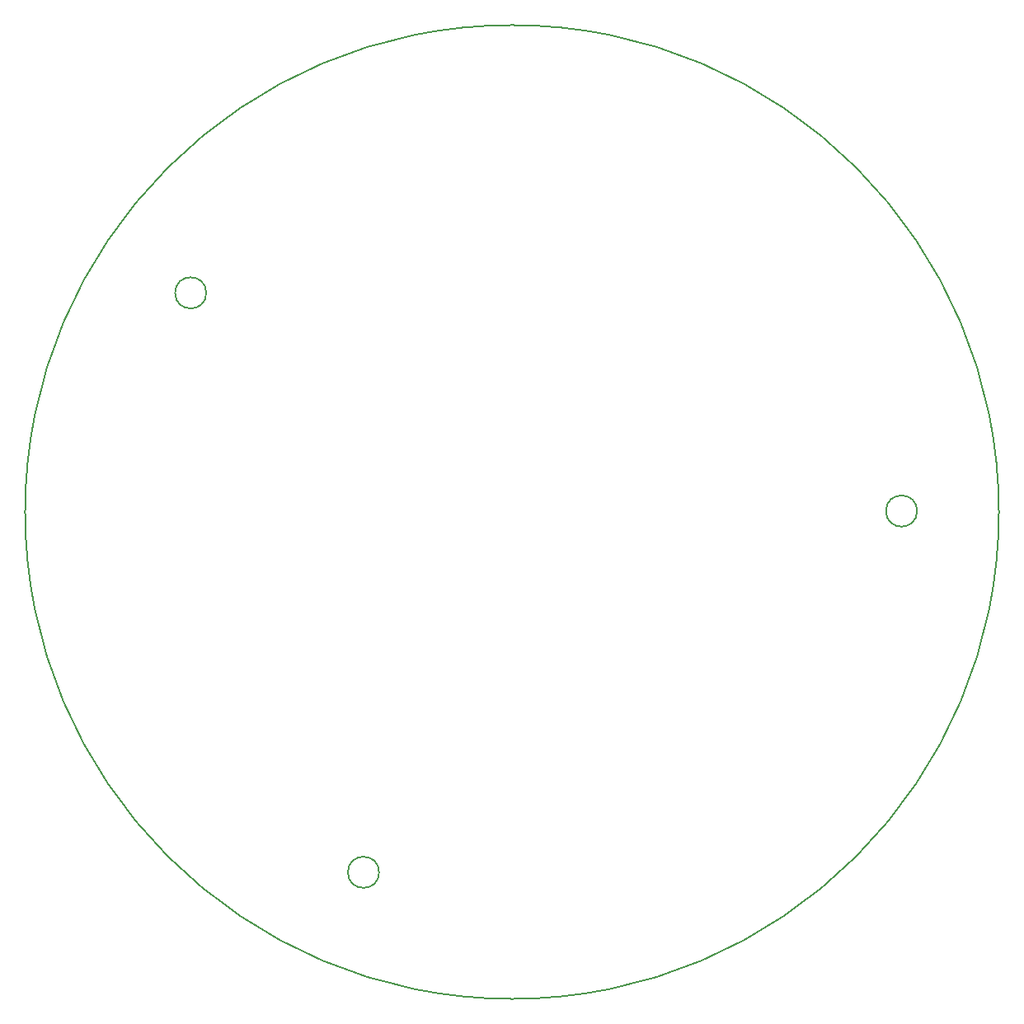
<source format=gbr>
G04 #@! TF.GenerationSoftware,KiCad,Pcbnew,(5.0.0-rc3-dev)*
G04 #@! TF.CreationDate,2018-07-06T19:52:13+00:00*
G04 #@! TF.ProjectId,Astroplant_LED,417374726F706C616E745F4C45442E6B,rev?*
G04 #@! TF.SameCoordinates,Original*
G04 #@! TF.FileFunction,Profile,NP*
%FSLAX46Y46*%
G04 Gerber Fmt 4.6, Leading zero omitted, Abs format (unit mm)*
G04 Created by KiCad (PCBNEW (5.0.0-rc3-dev)) date Fri Jul  6 19:52:13 2018*
%MOMM*%
%LPD*%
G01*
G04 APERTURE LIST*
%ADD10C,0.200000*%
%ADD11C,0.150000*%
G04 APERTURE END LIST*
D10*
X141600000Y-99900000D02*
G75*
G03X141600000Y-99900000I-1600000J0D01*
G01*
X86350000Y-137000000D02*
G75*
G03X86350000Y-137000000I-1600000J0D01*
G01*
X68600000Y-77500000D02*
G75*
G03X68600000Y-77500000I-1600000J0D01*
G01*
D11*
X150000000Y-100000000D02*
G75*
G03X150000000Y-100000000I-50000000J0D01*
G01*
M02*

</source>
